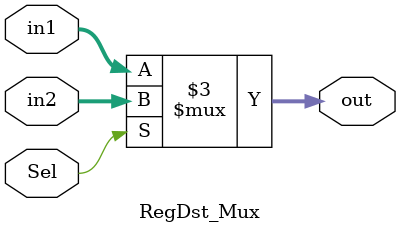
<source format=v>

module RegDst_Mux(in1, in2, out, Sel);
input [4:0] in1,in2;
input Sel;
output reg [4:0] out;

always @(Sel,in1,in2)

begin
if(Sel)
	out <=	in2; 
else
	out <=	in1;
end

endmodule


</source>
